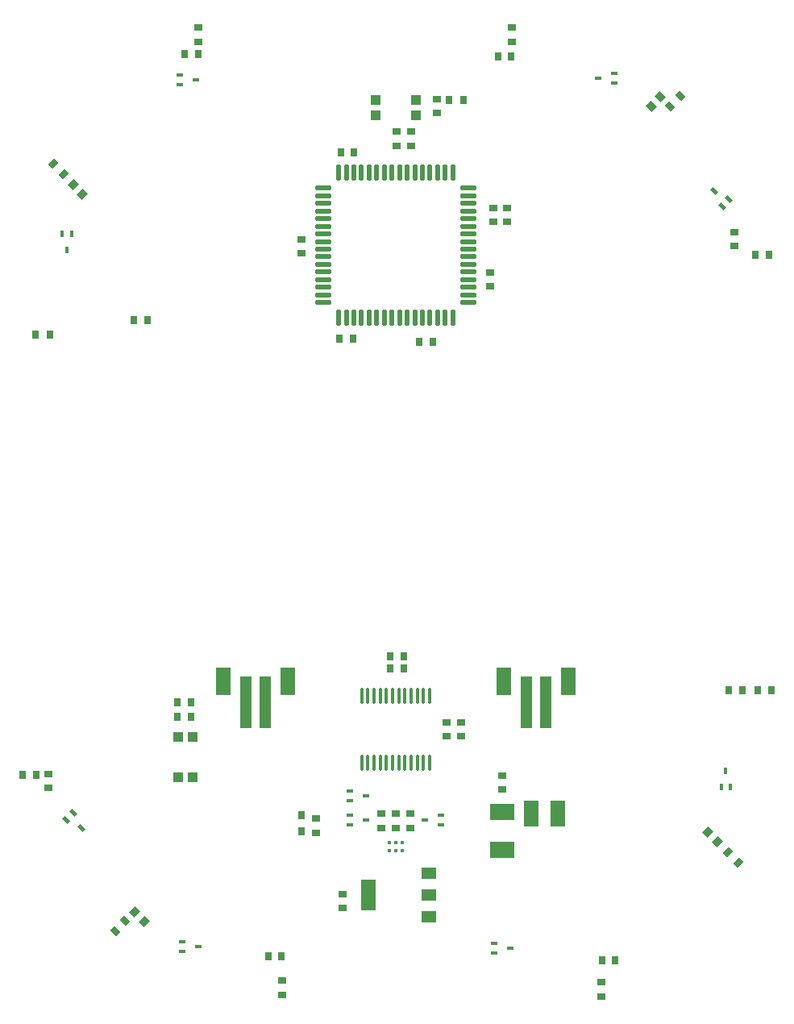
<source format=gtp>
%FSLAX25Y25*%
%MOIN*%
G70*
G01*
G75*
G04 Layer_Color=8421504*
%ADD10R,0.06299X0.11811*%
%ADD11R,0.04921X0.21654*%
%ADD12R,0.03543X0.02756*%
%ADD13R,0.03150X0.01575*%
%ADD14R,0.01772X0.01772*%
%ADD15R,0.01575X0.01772*%
%ADD16R,0.06299X0.10630*%
G04:AMPARAMS|DCode=17|XSize=35.43mil|YSize=31.5mil|CornerRadius=0mil|HoleSize=0mil|Usage=FLASHONLY|Rotation=135.000|XOffset=0mil|YOffset=0mil|HoleType=Round|Shape=Rectangle|*
%AMROTATEDRECTD17*
4,1,4,0.02366,-0.00139,0.00139,-0.02366,-0.02366,0.00139,-0.00139,0.02366,0.02366,-0.00139,0.0*
%
%ADD17ROTATEDRECTD17*%

%ADD18R,0.09843X0.06693*%
%ADD19R,0.03543X0.03150*%
%ADD20R,0.06299X0.12992*%
%ADD21R,0.06299X0.05118*%
%ADD22R,0.03937X0.04331*%
%ADD23R,0.03150X0.03543*%
G04:AMPARAMS|DCode=24|XSize=35.43mil|YSize=31.5mil|CornerRadius=0mil|HoleSize=0mil|Usage=FLASHONLY|Rotation=225.000|XOffset=0mil|YOffset=0mil|HoleType=Round|Shape=Rectangle|*
%AMROTATEDRECTD24*
4,1,4,0.00139,0.02366,0.02366,0.00139,-0.00139,-0.02366,-0.02366,-0.00139,0.00139,0.02366,0.0*
%
%ADD24ROTATEDRECTD24*%

%ADD25O,0.01378X0.06693*%
%ADD26R,0.02756X0.03543*%
G04:AMPARAMS|DCode=27|XSize=35.43mil|YSize=27.56mil|CornerRadius=0mil|HoleSize=0mil|Usage=FLASHONLY|Rotation=315.000|XOffset=0mil|YOffset=0mil|HoleType=Round|Shape=Rectangle|*
%AMROTATEDRECTD27*
4,1,4,-0.02227,0.00278,-0.00278,0.02227,0.02227,-0.00278,0.00278,-0.02227,-0.02227,0.00278,0.0*
%
%ADD27ROTATEDRECTD27*%

G04:AMPARAMS|DCode=28|XSize=35.43mil|YSize=27.56mil|CornerRadius=0mil|HoleSize=0mil|Usage=FLASHONLY|Rotation=45.000|XOffset=0mil|YOffset=0mil|HoleType=Round|Shape=Rectangle|*
%AMROTATEDRECTD28*
4,1,4,-0.00278,-0.02227,-0.02227,-0.00278,0.00278,0.02227,0.02227,0.00278,-0.00278,-0.02227,0.0*
%
%ADD28ROTATEDRECTD28*%

G04:AMPARAMS|DCode=29|XSize=15.75mil|YSize=31.5mil|CornerRadius=0mil|HoleSize=0mil|Usage=FLASHONLY|Rotation=225.000|XOffset=0mil|YOffset=0mil|HoleType=Round|Shape=Rectangle|*
%AMROTATEDRECTD29*
4,1,4,-0.00557,0.01670,0.01670,-0.00557,0.00557,-0.01670,-0.01670,0.00557,-0.00557,0.01670,0.0*
%
%ADD29ROTATEDRECTD29*%

%ADD30R,0.01575X0.03150*%
%ADD31O,0.02165X0.06890*%
%ADD32O,0.06890X0.02165*%
%ADD33R,0.03937X0.03937*%
%ADD34R,0.03937X0.03937*%
%ADD35C,0.01000*%
%ADD36C,0.02000*%
%ADD37C,0.03000*%
%ADD38C,0.12000*%
%ADD39R,0.05906X0.05906*%
%ADD40C,0.05906*%
%ADD41R,0.05906X0.05906*%
%ADD42R,0.04921X0.04921*%
%ADD43P,0.06960X4X180.0*%
%ADD44R,0.04921X0.04921*%
%ADD45P,0.06960X4X270.0*%
%ADD46C,0.07000*%
%ADD47C,0.07874*%
%ADD48C,0.02500*%
%ADD49O,0.02362X0.00984*%
%ADD50O,0.00984X0.02362*%
%ADD51R,0.10236X0.10630*%
%ADD52C,0.00984*%
%ADD53C,0.02362*%
%ADD54C,0.00394*%
%ADD55C,0.00500*%
%ADD56C,0.00787*%
%ADD57C,0.00800*%
%ADD58R,0.03150X0.03543*%
D10*
X71386Y-70142D02*
D03*
X44614D02*
D03*
X-44614D02*
D03*
X-71386D02*
D03*
D11*
X61937Y-79000D02*
D03*
X54063D02*
D03*
X-54063D02*
D03*
X-61937D02*
D03*
D12*
X6000Y-125047D02*
D03*
Y-130953D02*
D03*
X0Y-125047D02*
D03*
Y-130953D02*
D03*
X-6000Y-125047D02*
D03*
Y-130953D02*
D03*
X-33000Y-127047D02*
D03*
Y-132953D02*
D03*
X48000Y199953D02*
D03*
Y194047D02*
D03*
X-81500Y199953D02*
D03*
Y194047D02*
D03*
X85000Y-200453D02*
D03*
Y-194547D02*
D03*
X-47000Y-199953D02*
D03*
Y-194047D02*
D03*
X500Y151047D02*
D03*
Y156953D02*
D03*
X6500Y156953D02*
D03*
Y151047D02*
D03*
D13*
X18846Y-129469D02*
D03*
Y-125531D02*
D03*
X12154Y-127500D02*
D03*
X-18846Y-115532D02*
D03*
Y-119468D02*
D03*
X-12154Y-117500D02*
D03*
X-18846Y-125531D02*
D03*
Y-129469D02*
D03*
X-12154Y-127500D02*
D03*
X90346Y177032D02*
D03*
Y180968D02*
D03*
X83653Y179000D02*
D03*
X-89346Y180468D02*
D03*
Y176532D02*
D03*
X-82653Y178500D02*
D03*
X40653Y-178532D02*
D03*
Y-182468D02*
D03*
X47346Y-180500D02*
D03*
X-88346Y-178032D02*
D03*
Y-181968D02*
D03*
X-81653Y-180000D02*
D03*
D14*
X2657Y-140173D02*
D03*
X-2657D02*
D03*
Y-136827D02*
D03*
X2657D02*
D03*
D15*
X0Y-140173D02*
D03*
Y-136827D02*
D03*
D16*
X67012Y-125000D02*
D03*
X55988D02*
D03*
D17*
X105551Y167551D02*
D03*
X109449Y171449D02*
D03*
D18*
X44000Y-124126D02*
D03*
Y-139874D02*
D03*
D19*
X140000Y115256D02*
D03*
Y109744D02*
D03*
X46000Y125256D02*
D03*
Y119744D02*
D03*
X39000Y93244D02*
D03*
Y98756D02*
D03*
X-39000Y112256D02*
D03*
Y106744D02*
D03*
X17000Y164744D02*
D03*
Y170256D02*
D03*
X40500Y125256D02*
D03*
Y119744D02*
D03*
X-143500Y-108744D02*
D03*
Y-114256D02*
D03*
X21000Y-87244D02*
D03*
Y-92756D02*
D03*
X27000Y-87244D02*
D03*
Y-92756D02*
D03*
X-22000Y-158244D02*
D03*
Y-163756D02*
D03*
X44000Y-109244D02*
D03*
Y-114756D02*
D03*
D20*
X-11248Y-158500D02*
D03*
D21*
X13555Y-167555D02*
D03*
Y-158500D02*
D03*
Y-149445D02*
D03*
D23*
X42244Y188000D02*
D03*
X47756D02*
D03*
X-87256Y189000D02*
D03*
X-81744D02*
D03*
X-102744Y79000D02*
D03*
X-108256D02*
D03*
X-23256Y71500D02*
D03*
X-17744D02*
D03*
X9744Y70000D02*
D03*
X15256D02*
D03*
X-17244Y148500D02*
D03*
X-22756D02*
D03*
X-84744Y-85000D02*
D03*
X-90256D02*
D03*
X-47244Y-184000D02*
D03*
X-52756D02*
D03*
X85244Y-185500D02*
D03*
X90756D02*
D03*
X143256Y-74000D02*
D03*
X137744D02*
D03*
X-2256Y-65000D02*
D03*
X3256D02*
D03*
X-2256Y-60000D02*
D03*
X3256D02*
D03*
D24*
X-129551Y131051D02*
D03*
X-133449Y134949D02*
D03*
X-107949Y-165551D02*
D03*
X-104051Y-169449D02*
D03*
X132949Y-136449D02*
D03*
X129051Y-132551D02*
D03*
D25*
X14075Y-76221D02*
D03*
X11516D02*
D03*
X8957D02*
D03*
X6398D02*
D03*
X3839D02*
D03*
X1280D02*
D03*
X-1280D02*
D03*
X-3839D02*
D03*
X-6398D02*
D03*
X-8957D02*
D03*
X-11516D02*
D03*
X-14075D02*
D03*
X14075Y-103779D02*
D03*
X11516D02*
D03*
X8957D02*
D03*
X6398D02*
D03*
X3839D02*
D03*
X1280D02*
D03*
X-1280D02*
D03*
X-3839D02*
D03*
X-6398D02*
D03*
X-8957D02*
D03*
X-11516D02*
D03*
X-14075D02*
D03*
D26*
X154453Y106000D02*
D03*
X148547D02*
D03*
X-143047Y73000D02*
D03*
X-148953D02*
D03*
X155453Y-74000D02*
D03*
X149547D02*
D03*
X-154453Y-109000D02*
D03*
X-148547D02*
D03*
X-84547Y-79000D02*
D03*
X-90453D02*
D03*
X22047Y170000D02*
D03*
X27953D02*
D03*
D27*
X117588Y171588D02*
D03*
X113412Y167412D02*
D03*
X-116088Y-173588D02*
D03*
X-111912Y-169412D02*
D03*
D28*
X-141588Y143588D02*
D03*
X-137412Y139412D02*
D03*
X141588Y-145088D02*
D03*
X137412Y-140912D02*
D03*
D29*
X134974Y126242D02*
D03*
X137758Y129026D02*
D03*
X131634Y132366D02*
D03*
X-133474Y-124742D02*
D03*
X-136258Y-127526D02*
D03*
X-130134Y-130866D02*
D03*
D30*
X-134031Y114847D02*
D03*
X-137969D02*
D03*
X-136000Y108153D02*
D03*
X134531Y-113847D02*
D03*
X138469D02*
D03*
X136500Y-107153D02*
D03*
D31*
X23622Y140020D02*
D03*
X20472D02*
D03*
X17323D02*
D03*
X14173D02*
D03*
X11024D02*
D03*
X7874D02*
D03*
X4724D02*
D03*
X1575D02*
D03*
X-1575D02*
D03*
X-4724D02*
D03*
X-7874D02*
D03*
X-11024D02*
D03*
X-14173D02*
D03*
X-17323D02*
D03*
X-20472D02*
D03*
X-23622D02*
D03*
X-23622Y79980D02*
D03*
X-20472D02*
D03*
X-17323D02*
D03*
X-14173D02*
D03*
X-11024D02*
D03*
X-7874D02*
D03*
X-4724D02*
D03*
X-1575D02*
D03*
X1575D02*
D03*
X4724D02*
D03*
X7874D02*
D03*
X11024D02*
D03*
X14173D02*
D03*
X17323D02*
D03*
X20472D02*
D03*
X23622D02*
D03*
D32*
X-30020Y133622D02*
D03*
Y130473D02*
D03*
Y127323D02*
D03*
Y124173D02*
D03*
Y121024D02*
D03*
Y117874D02*
D03*
Y114724D02*
D03*
Y111575D02*
D03*
Y108425D02*
D03*
Y105276D02*
D03*
Y102126D02*
D03*
Y98976D02*
D03*
Y95827D02*
D03*
Y92677D02*
D03*
Y89528D02*
D03*
Y86378D02*
D03*
X30020Y86378D02*
D03*
Y89528D02*
D03*
Y92677D02*
D03*
Y95827D02*
D03*
Y98976D02*
D03*
Y102126D02*
D03*
Y105276D02*
D03*
Y108425D02*
D03*
Y111575D02*
D03*
Y114724D02*
D03*
Y117874D02*
D03*
Y121024D02*
D03*
Y124173D02*
D03*
Y127323D02*
D03*
Y130473D02*
D03*
Y133622D02*
D03*
D33*
X-90150Y-109768D02*
D03*
Y-93232D02*
D03*
X-83850Y-109768D02*
D03*
Y-93232D02*
D03*
D34*
X-8268Y170150D02*
D03*
X8268D02*
D03*
X-8268Y163850D02*
D03*
X8268D02*
D03*
D58*
X-39000Y-125654D02*
D03*
Y-132346D02*
D03*
M02*

</source>
